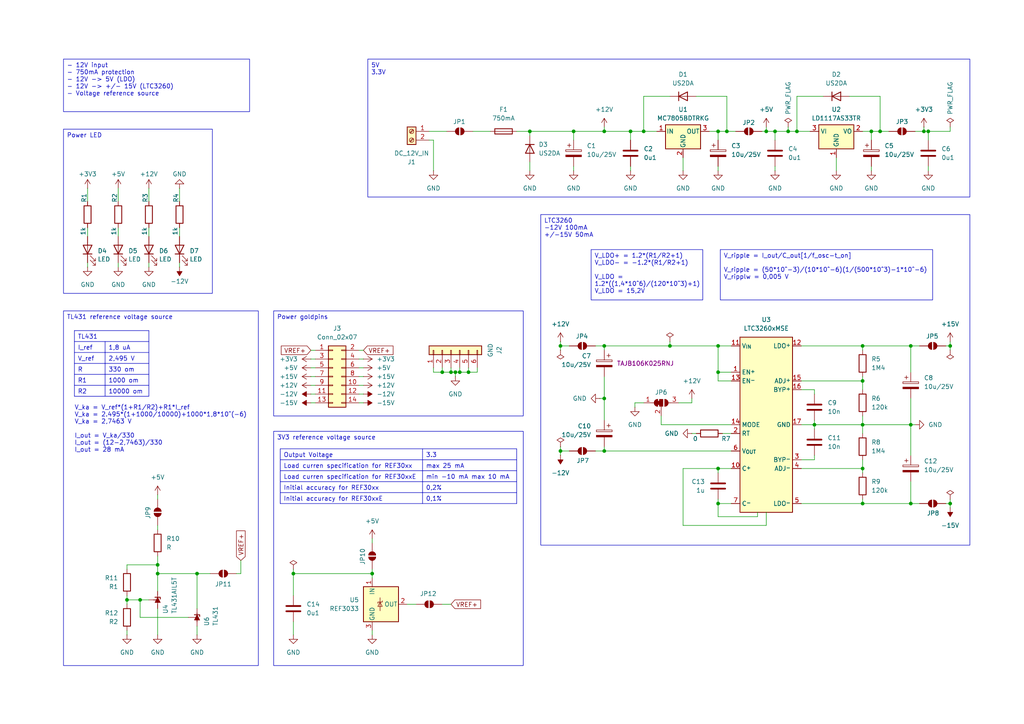
<source format=kicad_sch>
(kicad_sch (version 20250114) (generator "eeschema") (generator_version "9.0")
  (paper "A4")
  (title_block (title "power supplay") (date "2025-12-22") (rev "0.0.1") (company "KN NaMi"))
  (text "V_ka = V_ref*(1+R1/R2)+R1*I_ref\nV_ka = 2.495*(1+1000/10000)+1000*1,8*10^(-6)\nV_ka = 2,7463 V\n\nI_out = V_ka/330\nI_out = (12-2,7463)/330\nI_out = 28 mA" (at 21.59 124.46 0) (effects (font (size 1.27 1.27)) (justify left)))
  (text_box "5V\n3.3V" (at 106.68 17.145 0) (size 174.625 40.005) (margins 0.9525 0.9525 0.9525 0.9525) (effects (font (size 1.27 1.27)) (justify left top)))
  (text_box "Power goldpins" (at 79.375 90.17 0) (size 72.39 30.48) (margins 0.9525 0.9525 0.9525 0.9525) (effects (font (size 1.27 1.27)) (justify left top)))
  (text_box "V_ripple = I_out/C_out[1/f_osc-t_on]\n\nV_ripple = (50*10^-3)/(10*10^-6)(1/(500*10^3)-1*10^-6)\nV_ripplw = 0,005 V" (at 208.915 72.39 0) (size 61.595 14.605) (margins 0.9525 0.9525 0.9525 0.9525) (effects (font (size 1.27 1.27)) (justify left top)))
  (text_box "3V3 reference voltage source" (at 79.375 125.095 0) (size 72.39 67.945) (margins 0.9525 0.9525 0.9525 0.9525) (effects (font (size 1.27 1.27)) (justify left top)))
  (text_box "TL431 reference voltage source" (at 18.415 90.17 0) (size 56.515 102.87) (margins 0.9525 0.9525 0.9525 0.9525) (effects (font (size 1.27 1.27)) (justify left top)))
  (text_box "LTC3260\n-12V 100mA\n+/-15V 50mA" (at 156.845 62.23 0) (size 124.46 95.885) (margins 0.9525 0.9525 0.9525 0.9525) (effects (font (size 1.27 1.27)) (justify left top)))
  (text_box "- 12V input\n- 750mA protection\n- 12V -> 5V (LDO)\n- 12V -> +/- 15V (LTC3260)\n- Voltage reference source" (at 18.415 17.145 0) (size 53.975 15.24) (margins 0.9525 0.9525 0.9525 0.9525) (effects (font (size 1.27 1.27)) (justify left top)))
  (text_box "Power LED" (at 18.415 37.465 0) (size 43.18 47.625) (margins 0.9525 0.9525 0.9525 0.9525) (effects (font (size 1.27 1.27)) (justify left top)))
  (text_box "V_LDO+ = 1.2*(R1/R2+1)\nV_LDO- = -1.2*(R1/R2+1)\n\nV_LDO = 1.2*((1,4*10^6)/(120*10^3)+1)\nV_LDO = 15,2V" (at 171.45 72.39 0) (size 32.385 14.605) (margins 0.9525 0.9525 0.9525 0.9525) (effects (font (size 1.27 1.27)) (justify left top)))
  (junction (at 208.28 100.33))
  (junction (at 166.37 38.1))
  (junction (at 275.59 146.05))
  (junction (at 85.09 166.37))
  (junction (at 162.56 130.81))
  (junction (at 255.27 38.1))
  (junction (at 57.15 166.37))
  (junction (at 264.16 146.05))
  (junction (at 252.73 38.1))
  (junction (at 250.19 110.49))
  (junction (at 162.56 100.33))
  (junction (at 132.08 107.95))
  (junction (at 228.6 38.1))
  (junction (at 236.22 123.19))
  (junction (at 250.19 146.05))
  (junction (at 175.26 38.1))
  (junction (at 133.35 107.95))
  (junction (at 45.72 166.37))
  (junction (at 250.19 100.33))
  (junction (at 250.19 135.89))
  (junction (at 45.72 163.83))
  (junction (at 264.16 123.19))
  (junction (at 264.16 100.33))
  (junction (at 224.79 38.1))
  (junction (at 208.28 38.1))
  (junction (at 208.28 107.95))
  (junction (at 40.64 173.99))
  (junction (at 175.26 100.33))
  (junction (at 269.24 38.1))
  (junction (at 275.59 100.33))
  (junction (at 135.89 107.95))
  (junction (at 222.25 38.1))
  (junction (at 175.26 115.57))
  (junction (at 130.81 107.95))
  (junction (at 182.88 38.1))
  (junction (at 194.31 100.33))
  (junction (at 36.83 173.99))
  (junction (at 186.69 38.1))
  (junction (at 208.28 135.89))
  (junction (at 250.19 123.19))
  (junction (at 267.97 38.1))
  (junction (at 208.28 146.05))
  (junction (at 231.14 38.1))
  (junction (at 175.26 130.81))
  (junction (at 153.67 38.1))
  (junction (at 128.27 107.95))
  (junction (at 210.82 38.1))
  (junction (at 107.95 166.37))
  (wire (pts (xy 175.26 115.57) (xy 173.99 115.57)))
  (wire (pts (xy 250.19 144.78) (xy 250.19 146.05)))
  (wire (pts (xy 57.15 166.37) (xy 57.15 176.53)))
  (wire (pts (xy 210.82 27.94) (xy 210.82 38.1)))
  (wire (pts (xy 255.27 27.94) (xy 255.27 38.1)))
  (wire (pts (xy 250.19 123.19) (xy 264.16 123.19)))
  (wire (pts (xy 205.74 38.1) (xy 208.28 38.1)))
  (wire (pts (xy 162.56 129.54) (xy 162.56 130.81)))
  (wire (pts (xy 212.09 110.49) (xy 208.28 110.49)))
  (wire (pts (xy 90.17 116.84) (xy 91.44 116.84)))
  (wire (pts (xy 105.41 109.22) (xy 104.14 109.22)))
  (wire (pts (xy 175.26 129.54) (xy 175.26 130.81)))
  (wire (pts (xy 149.86 38.1) (xy 153.67 38.1)))
  (wire (pts (xy 125.73 49.53) (xy 125.73 40.64)))
  (wire (pts (xy 198.12 45.72) (xy 198.12 49.53)))
  (wire (pts (xy 209.55 125.73) (xy 212.09 125.73)))
  (wire (pts (xy 125.73 106.68) (xy 125.73 107.95)))
  (wire (pts (xy 36.83 182.88) (xy 36.83 184.15)))
  (wire (pts (xy 275.59 146.05) (xy 275.59 147.32)))
  (wire (pts (xy 52.07 54.61) (xy 52.07 58.42)))
  (wire (pts (xy 242.57 49.53) (xy 242.57 45.72)))
  (wire (pts (xy 255.27 38.1) (xy 257.81 38.1)))
  (wire (pts (xy 124.46 38.1) (xy 129.54 38.1)))
  (wire (pts (xy 201.93 27.94) (xy 210.82 27.94)))
  (wire (pts (xy 232.41 123.19) (xy 236.22 123.19)))
  (wire (pts (xy 90.17 109.22) (xy 91.44 109.22)))
  (wire (pts (xy 45.72 161.29) (xy 45.72 163.83)))
  (wire (pts (xy 125.73 40.64) (xy 124.46 40.64)))
  (wire (pts (xy 194.31 100.33) (xy 208.28 100.33)))
  (wire (pts (xy 208.28 100.33) (xy 212.09 100.33)))
  (wire (pts (xy 153.67 38.1) (xy 166.37 38.1)))
  (wire (pts (xy 175.26 36.83) (xy 175.26 38.1)))
  (wire (pts (xy 36.83 173.99) (xy 36.83 175.26)))
  (wire (pts (xy 250.19 120.65) (xy 250.19 123.19)))
  (wire (pts (xy 57.15 184.15) (xy 57.15 181.61)))
  (wire (pts (xy 166.37 38.1) (xy 175.26 38.1)))
  (wire (pts (xy 133.35 106.68) (xy 133.35 107.95)))
  (wire (pts (xy 265.43 38.1) (xy 267.97 38.1)))
  (wire (pts (xy 135.89 106.68) (xy 135.89 107.95)))
  (wire (pts (xy 194.31 27.94) (xy 186.69 27.94)))
  (wire (pts (xy 45.72 166.37) (xy 57.15 166.37)))
  (wire (pts (xy 85.09 165.1) (xy 85.09 166.37)))
  (wire (pts (xy 34.29 54.61) (xy 34.29 58.42)))
  (wire (pts (xy 166.37 48.26) (xy 166.37 49.53)))
  (wire (pts (xy 128.27 106.68) (xy 128.27 107.95)))
  (wire (pts (xy 54.61 179.07) (xy 40.64 179.07)))
  (wire (pts (xy 269.24 38.1) (xy 269.24 40.64)))
  (wire (pts (xy 85.09 180.34) (xy 85.09 184.15)))
  (wire (pts (xy 200.66 116.84) (xy 196.85 116.84)))
  (wire (pts (xy 186.69 27.94) (xy 186.69 38.1)))
  (wire (pts (xy 105.41 104.14) (xy 104.14 104.14)))
  (wire (pts (xy 90.17 101.6) (xy 91.44 101.6)))
  (wire (pts (xy 224.79 38.1) (xy 228.6 38.1)))
  (wire (pts (xy 220.98 38.1) (xy 222.25 38.1)))
  (wire (pts (xy 264.16 123.19) (xy 264.16 132.08)))
  (wire (pts (xy 57.15 166.37) (xy 60.96 166.37)))
  (wire (pts (xy 25.4 54.61) (xy 25.4 58.42)))
  (wire (pts (xy 182.88 38.1) (xy 182.88 40.64)))
  (wire (pts (xy 186.69 38.1) (xy 190.5 38.1)))
  (wire (pts (xy 219.71 149.86) (xy 208.28 149.86)))
  (wire (pts (xy 162.56 130.81) (xy 162.56 132.08)))
  (wire (pts (xy 208.28 38.1) (xy 208.28 40.64)))
  (wire (pts (xy 40.64 173.99) (xy 43.18 173.99)))
  (wire (pts (xy 208.28 107.95) (xy 212.09 107.95)))
  (wire (pts (xy 236.22 113.03) (xy 236.22 114.3)))
  (wire (pts (xy 250.19 135.89) (xy 250.19 137.16)))
  (wire (pts (xy 232.41 133.35) (xy 236.22 133.35)))
  (wire (pts (xy 130.81 106.68) (xy 130.81 107.95)))
  (wire (pts (xy 264.16 123.19) (xy 265.43 123.19)))
  (wire (pts (xy 198.12 135.89) (xy 208.28 135.89)))
  (wire (pts (xy 231.14 38.1) (xy 234.95 38.1)))
  (wire (pts (xy 264.16 139.7) (xy 264.16 146.05)))
  (wire (pts (xy 162.56 100.33) (xy 162.56 101.6)))
  (wire (pts (xy 45.72 166.37) (xy 45.72 171.45)))
  (wire (pts (xy 107.95 182.88) (xy 107.95 184.15)))
  (wire (pts (xy 36.83 173.99) (xy 40.64 173.99)))
  (wire (pts (xy 90.17 104.14) (xy 91.44 104.14)))
  (wire (pts (xy 133.35 107.95) (xy 135.89 107.95)))
  (wire (pts (xy 224.79 48.26) (xy 224.79 49.53)))
  (wire (pts (xy 69.85 162.56) (xy 69.85 166.37)))
  (wire (pts (xy 232.41 146.05) (xy 250.19 146.05)))
  (wire (pts (xy 172.72 100.33) (xy 175.26 100.33)))
  (wire (pts (xy 90.17 106.68) (xy 91.44 106.68)))
  (wire (pts (xy 128.27 175.26) (xy 130.81 175.26)))
  (wire (pts (xy 90.17 114.3) (xy 91.44 114.3)))
  (wire (pts (xy 246.38 27.94) (xy 255.27 27.94)))
  (wire (pts (xy 118.11 175.26) (xy 120.65 175.26)))
  (wire (pts (xy 275.59 100.33) (xy 275.59 101.6)))
  (wire (pts (xy 267.97 38.1) (xy 269.24 38.1)))
  (wire (pts (xy 132.08 109.22) (xy 132.08 107.95)))
  (wire (pts (xy 236.22 123.19) (xy 250.19 123.19)))
  (wire (pts (xy 208.28 107.95) (xy 208.28 100.33)))
  (wire (pts (xy 208.28 149.86) (xy 208.28 146.05)))
  (wire (pts (xy 162.56 100.33) (xy 165.1 100.33)))
  (wire (pts (xy 36.83 165.1) (xy 36.83 163.83)))
  (wire (pts (xy 45.72 163.83) (xy 45.72 166.37)))
  (wire (pts (xy 275.59 146.05) (xy 274.32 146.05)))
  (wire (pts (xy 182.88 38.1) (xy 186.69 38.1)))
  (wire (pts (xy 153.67 38.1) (xy 153.67 39.37)))
  (wire (pts (xy 250.19 100.33) (xy 264.16 100.33)))
  (wire (pts (xy 90.17 111.76) (xy 91.44 111.76)))
  (wire (pts (xy 275.59 36.83) (xy 275.59 38.1)))
  (wire (pts (xy 198.12 152.4) (xy 198.12 135.89)))
  (wire (pts (xy 250.19 146.05) (xy 264.16 146.05)))
  (wire (pts (xy 25.4 77.47) (xy 25.4 76.2)))
  (wire (pts (xy 105.41 114.3) (xy 104.14 114.3)))
  (wire (pts (xy 107.95 166.37) (xy 107.95 167.64)))
  (wire (pts (xy 130.81 107.95) (xy 132.08 107.95)))
  (wire (pts (xy 194.31 99.06) (xy 194.31 100.33)))
  (wire (pts (xy 182.88 48.26) (xy 182.88 49.53)))
  (wire (pts (xy 52.07 76.2) (xy 52.07 77.47)))
  (wire (pts (xy 250.19 123.19) (xy 250.19 125.73)))
  (wire (pts (xy 132.08 107.95) (xy 133.35 107.95)))
  (wire (pts (xy 166.37 38.1) (xy 166.37 40.64)))
  (wire (pts (xy 175.26 100.33) (xy 194.31 100.33)))
  (wire (pts (xy 128.27 107.95) (xy 130.81 107.95)))
  (wire (pts (xy 104.14 101.6) (xy 105.41 101.6)))
  (wire (pts (xy 264.16 107.95) (xy 264.16 100.33)))
  (wire (pts (xy 36.83 172.72) (xy 36.83 173.99)))
  (wire (pts (xy 250.19 100.33) (xy 250.19 101.6)))
  (wire (pts (xy 232.41 100.33) (xy 250.19 100.33)))
  (wire (pts (xy 125.73 107.95) (xy 128.27 107.95)))
  (wire (pts (xy 264.16 115.57) (xy 264.16 123.19)))
  (wire (pts (xy 153.67 46.99) (xy 153.67 49.53)))
  (wire (pts (xy 191.77 123.19) (xy 212.09 123.19)))
  (wire (pts (xy 45.72 176.53) (xy 45.72 184.15)))
  (wire (pts (xy 232.41 110.49) (xy 250.19 110.49)))
  (wire (pts (xy 43.18 66.04) (xy 43.18 68.58)))
  (wire (pts (xy 208.28 135.89) (xy 212.09 135.89)))
  (wire (pts (xy 45.72 152.4) (xy 45.72 153.67)))
  (wire (pts (xy 252.73 48.26) (xy 252.73 49.53)))
  (wire (pts (xy 210.82 38.1) (xy 213.36 38.1)))
  (wire (pts (xy 200.66 115.57) (xy 200.66 116.84)))
  (wire (pts (xy 208.28 137.16) (xy 208.28 135.89)))
  (wire (pts (xy 175.26 109.22) (xy 175.26 115.57)))
  (wire (pts (xy 252.73 38.1) (xy 252.73 40.64)))
  (wire (pts (xy 250.19 110.49) (xy 250.19 113.03)))
  (wire (pts (xy 175.26 38.1) (xy 182.88 38.1)))
  (wire (pts (xy 43.18 77.47) (xy 43.18 76.2)))
  (wire (pts (xy 43.18 54.61) (xy 43.18 58.42)))
  (wire (pts (xy 107.95 165.1) (xy 107.95 166.37)))
  (wire (pts (xy 34.29 66.04) (xy 34.29 68.58)))
  (wire (pts (xy 69.85 166.37) (xy 68.58 166.37)))
  (wire (pts (xy 231.14 27.94) (xy 231.14 38.1)))
  (wire (pts (xy 224.79 38.1) (xy 224.79 40.64)))
  (wire (pts (xy 252.73 38.1) (xy 255.27 38.1)))
  (wire (pts (xy 232.41 113.03) (xy 236.22 113.03)))
  (wire (pts (xy 184.15 118.11) (xy 184.15 116.84)))
  (wire (pts (xy 208.28 110.49) (xy 208.28 107.95)))
  (wire (pts (xy 222.25 148.59) (xy 222.25 152.4)))
  (wire (pts (xy 250.19 38.1) (xy 252.73 38.1)))
  (wire (pts (xy 275.59 100.33) (xy 274.32 100.33)))
  (wire (pts (xy 250.19 110.49) (xy 250.19 109.22)))
  (wire (pts (xy 275.59 99.06) (xy 275.59 100.33)))
  (wire (pts (xy 266.7 146.05) (xy 264.16 146.05)))
  (wire (pts (xy 105.41 111.76) (xy 104.14 111.76)))
  (wire (pts (xy 267.97 36.83) (xy 267.97 38.1)))
  (wire (pts (xy 105.41 106.68) (xy 104.14 106.68)))
  (wire (pts (xy 137.16 38.1) (xy 142.24 38.1)))
  (wire (pts (xy 200.66 125.73) (xy 201.93 125.73)))
  (wire (pts (xy 105.41 116.84) (xy 104.14 116.84)))
  (wire (pts (xy 222.25 38.1) (xy 224.79 38.1)))
  (wire (pts (xy 236.22 133.35) (xy 236.22 132.08)))
  (wire (pts (xy 236.22 123.19) (xy 236.22 124.46)))
  (wire (pts (xy 52.07 66.04) (xy 52.07 68.58)))
  (wire (pts (xy 85.09 166.37) (xy 107.95 166.37)))
  (wire (pts (xy 236.22 123.19) (xy 236.22 121.92)))
  (wire (pts (xy 40.64 179.07) (xy 40.64 173.99)))
  (wire (pts (xy 219.71 148.59) (xy 219.71 149.86)))
  (wire (pts (xy 25.4 66.04) (xy 25.4 68.58)))
  (wire (pts (xy 208.28 144.78) (xy 208.28 146.05)))
  (wire (pts (xy 138.43 107.95) (xy 138.43 106.68)))
  (wire (pts (xy 175.26 100.33) (xy 175.26 101.6)))
  (wire (pts (xy 232.41 135.89) (xy 250.19 135.89)))
  (wire (pts (xy 34.29 77.47) (xy 34.29 76.2)))
  (wire (pts (xy 222.25 152.4) (xy 198.12 152.4)))
  (wire (pts (xy 36.83 163.83) (xy 45.72 163.83)))
  (wire (pts (xy 266.7 100.33) (xy 264.16 100.33)))
  (wire (pts (xy 135.89 107.95) (xy 138.43 107.95)))
  (wire (pts (xy 250.19 133.35) (xy 250.19 135.89)))
  (wire (pts (xy 208.28 48.26) (xy 208.28 49.53)))
  (wire (pts (xy 228.6 36.83) (xy 228.6 38.1)))
  (wire (pts (xy 107.95 156.21) (xy 107.95 157.48)))
  (wire (pts (xy 172.72 130.81) (xy 175.26 130.81)))
  (wire (pts (xy 275.59 144.78) (xy 275.59 146.05)))
  (wire (pts (xy 175.26 121.92) (xy 175.26 115.57)))
  (wire (pts (xy 275.59 38.1) (xy 269.24 38.1)))
  (wire (pts (xy 45.72 143.51) (xy 45.72 144.78)))
  (wire (pts (xy 222.25 36.83) (xy 222.25 38.1)))
  (wire (pts (xy 184.15 116.84) (xy 186.69 116.84)))
  (wire (pts (xy 269.24 48.26) (xy 269.24 49.53)))
  (wire (pts (xy 208.28 38.1) (xy 210.82 38.1)))
  (wire (pts (xy 175.26 130.81) (xy 212.09 130.81)))
  (wire (pts (xy 238.76 27.94) (xy 231.14 27.94)))
  (wire (pts (xy 228.6 38.1) (xy 231.14 38.1)))
  (wire (pts (xy 162.56 130.81) (xy 165.1 130.81)))
  (wire (pts (xy 85.09 172.72) (xy 85.09 166.37)))
  (wire (pts (xy 191.77 123.19) (xy 191.77 120.65)))
  (wire (pts (xy 208.28 146.05) (xy 212.09 146.05)))
  (wire (pts (xy 162.56 99.06) (xy 162.56 100.33)))
  (table (column_count 2) (border (external yes) (header yes)) (separators (rows yes) (cols yes)) (column_widths 41.275 27.305) (row_heights 3.175 3.175 3.175 3.175 3.175) (cells (table_cell "Output Voltage" (at 81.28 130.175 0) (size 41.275 3.175) (margins 0.9525 0.9525 0.9525 0.9525) (span 1 1)) (table_cell "3.3" (at 122.555 130.175 0) (size 27.305 3.175) (margins 0.9525 0.9525 0.9525 0.9525) (span 1 1)) (table_cell "Load curren specification for REF30xx" (at 81.28 133.35 0) (size 41.275 3.175) (margins 0.9525 0.9525 0.9525 0.9525) (span 1 1)) (table_cell "max 25 mA" (at 122.555 133.35 0) (size 27.305 3.175) (margins 0.9525 0.9525 0.9525 0.9525) (span 1 1)) (table_cell "Load curren specification for REF30xxE" (at 81.28 136.525 0) (size 41.275 3.175) (margins 0.9525 0.9525 0.9525 0.9525) (span 1 1)) (table_cell "min -10 mA max 10 mA" (at 122.555 136.525 0) (size 27.305 3.175) (margins 0.9525 0.9525 0.9525 0.9525) (span 1 1)) (table_cell "Initial accuracy for REF30xx" (at 81.28 139.7 0) (size 41.275 3.175) (margins 0.9525 0.9525 0.9525 0.9525) (span 1 1)) (table_cell "0,2%" (at 122.555 139.7 0) (size 27.305 3.175) (margins 0.9525 0.9525 0.9525 0.9525) (span 1 1)) (table_cell "Initial accuracy for REF30xxE" (at 81.28 142.875 0) (size 41.275 3.175) (margins 0.9525 0.9525 0.9525 0.9525) (span 1 1)) (table_cell "0,1%" (at 122.555 142.875 0) (size 27.305 3.175) (margins 0.9525 0.9525 0.9525 0.9525) (span 1 1))))
  (table (column_count 2) (border (external yes) (header yes)) (separators (rows yes) (cols yes)) (column_widths 8.89 12.7) (row_heights 3.175 3.175 3.175 3.175 3.175 3.175) (cells (table_cell "TL431" (at 21.59 95.885 0) (size 21.59 3.175) (margins 0.9525 0.9525 0.9525 0.9525) (span 2 1)) (table_cell "rgb(240, 240, 240)" (at 30.48 95.885 0) (size 12.7 3.175) (margins 0.9525 0.9525 0.9525 0.9525) (span 0 0)) (table_cell "I_ref" (at 21.59 99.06 0) (size 8.89 3.175) (margins 0.9525 0.9525 0.9525 0.9525) (span 1 1)) (table_cell "1,8 uA" (at 30.48 99.06 0) (size 12.7 3.175) (margins 0.9525 0.9525 0.9525 0.9525) (span 1 1)) (table_cell "V_ref" (at 21.59 102.235 0) (size 8.89 3.175) (margins 0.9525 0.9525 0.9525 0.9525) (span 1 1)) (table_cell "2,495 V" (at 30.48 102.235 0) (size 12.7 3.175) (margins 0.9525 0.9525 0.9525 0.9525) (span 1 1)) (table_cell "R" (at 21.59 105.41 0) (size 8.89 3.175) (margins 0.9525 0.9525 0.9525 0.9525) (span 1 1)) (table_cell "330 om" (at 30.48 105.41 0) (size 12.7 3.175) (margins 0.9525 0.9525 0.9525 0.9525) (span 1 1)) (table_cell "R1" (at 21.59 108.585 0) (size 8.89 3.175) (margins 0.9525 0.9525 0.9525 0.9525) (span 1 1)) (table_cell "1000 om" (at 30.48 108.585 0) (size 12.7 3.175) (margins 0.9525 0.9525 0.9525 0.9525) (span 1 1)) (table_cell "R2" (at 21.59 111.76 0) (size 8.89 3.175) (margins 0.9525 0.9525 0.9525 0.9525) (span 1 1)) (table_cell "10000 om" (at 30.48 111.76 0) (size 12.7 3.175) (margins 0.9525 0.9525 0.9525 0.9525) (span 1 1))))
  (global_label "VREF+" (shape input) (at 130.81 175.26 0) (property "Intersheetrefs" "${INTERSHEET_REFS}" (effects (hide yes))))
  (global_label "VREF+" (shape input) (at 69.85 162.56 90) (property "Intersheetrefs" "${INTERSHEET_REFS}" (effects (hide yes))))
  (global_label "VREF+" (shape input) (at 105.41 101.6 0) (property "Intersheetrefs" "${INTERSHEET_REFS}" (effects (hide yes))))
  (global_label "VREF+" (shape input) (at 90.17 101.6 180) (property "Intersheetrefs" "${INTERSHEET_REFS}" (effects (hide yes))))
  (symbol (lib_id "power:GND") (at 57.15 184.15 0) (unit 1)
    (property "Reference" "#PWR048" (effects (hide yes)))
    (property "Value" "GND" (at 57.15 189.23 0))
    (property "Description" "Power symbol creates a global label with name \"GND\" , ground" (effects (hide yes)))
  )
  (symbol (lib_id "Device:R") (at 43.18 62.23 180) (unit 1)
    (property "Reference" "R3" (at 42.164 57.404 90))
    (property "Value" "1k" (at 41.91 67.056 90))
    (property "Footprint" "Resistor_SMD:R_0603_1608Metric_Pad0.98x0.95mm_HandSolder" (effects (hide yes)))
    (property "Description" "Resistor" (effects (hide yes)))
  )
  (symbol (lib_id "power:+15V") (at 275.59 99.06 0) (unit 1)
    (property "Reference" "#PWR023" (effects (hide yes)))
    (property "Value" "+15V" (at 275.59 93.98 0))
    (property "Description" "Power symbol creates a global label with name \"+15V\"" (effects (hide yes)))
  )
  (symbol (lib_id "power:PWR_FLAG") (at 275.59 101.6 180) (unit 1)
    (property "Reference" "#FLG05" (effects (hide yes)))
    (property "Value" "PWR_FLAG" (effects (hide yes)))
    (property "Description" "Special symbol for telling ERC where power comes from" (effects (hide yes)))
  )
  (symbol (lib_id "power:GND") (at 132.08 109.22 0) (unit 1)
    (property "Reference" "#PWR030" (effects (hide yes)))
    (property "Value" "GND" (at 132.08 114.3 0))
    (property "Description" "Power symbol creates a global label with name \"GND\" , ground" (effects (hide yes)))
  )
  (symbol (lib_id "Device:Fuse") (at 146.05 38.1 90) (unit 1)
    (property "Reference" "F1" (at 146.05 31.75 90))
    (property "Value" "750mA" (at 146.05 34.29 90))
    (property "Footprint" "Fuse:Fuse_1206_3216Metric_Pad1.42x1.75mm_HandSolder" (effects (hide yes)))
    (property "Description" "Fuse" (effects (hide yes)))
  )
  (symbol (lib_id "Jumper:SolderJumper_2_Open") (at 168.91 100.33 180) (unit 1) (in_bom no)
    (property "Reference" "JP4" (at 168.783 97.536 0))
    (property "Value" "SolderJumper" (effects (hide yes)))
    (property "Footprint" "Jumper:SolderJumper-2_P1.3mm_Open_TrianglePad1.0x1.5mm" (effects (hide yes)))
    (property "Description" "Solder Jumper, 2-pole, open" (effects (hide yes)))
  )
  (symbol (lib_id "Device:R") (at 250.19 105.41 0) (unit 1)
    (property "Reference" "R5" (at 252.73 104.1399 0) (effects (justify left)))
    (property "Value" "1M4" (at 252.73 106.6799 0) (effects (justify left)))
    (property "Footprint" "Resistor_SMD:R_0603_1608Metric_Pad0.98x0.95mm_HandSolder" (effects (hide yes)))
    (property "Description" "Resistor" (effects (hide yes)))
  )
  (symbol (lib_id "Device:R") (at 250.19 140.97 0) (unit 1)
    (property "Reference" "R9" (at 252.73 139.6999 0) (effects (justify left)))
    (property "Value" "120k" (at 252.73 142.2399 0) (effects (justify left)))
    (property "Footprint" "Resistor_SMD:R_0603_1608Metric_Pad0.98x0.95mm_HandSolder" (effects (hide yes)))
    (property "Description" "Resistor" (effects (hide yes)))
  )
  (symbol (lib_id "power:GND") (at 36.83 184.15 0) (unit 1)
    (property "Reference" "#PWR046" (effects (hide yes)))
    (property "Value" "GND" (at 36.83 189.23 0))
    (property "Description" "Power symbol creates a global label with name \"GND\" , ground" (effects (hide yes)))
  )
  (symbol (lib_id "Device:C_Polarized") (at 208.28 44.45 0) (unit 1)
    (property "Reference" "C3" (at 212.09 42.2909 0) (effects (justify left)))
    (property "Value" "10u/25V" (at 212.09 44.8309 0) (effects (justify left)))
    (property "Footprint" "Capacitor_Tantalum_SMD:CP_EIA-3528-21_Kemet-B_HandSolder" (effects (hide yes)))
    (property "Description" "Polarized capacitor" (effects (hide yes)))
    (property "Field5" "TAJB106K025RNJ" (effects (hide yes)))
  )
  (symbol (lib_id "power:PWR_FLAG") (at 194.31 99.06 0) (unit 1)
    (property "Reference" "#FLG03" (effects (hide yes)))
    (property "Value" "PWR_FLAG" (effects (hide yes)))
    (property "Description" "Special symbol for telling ERC where power comes from" (effects (hide yes)))
  )
  (symbol (lib_id "Device:C_Polarized") (at 175.26 125.73 0) (mirror y) (unit 1)
    (property "Reference" "C10" (at 171.45 123.5709 0) (effects (justify left)))
    (property "Value" "10u/25V" (at 171.45 126.1109 0) (effects (justify left)))
    (property "Footprint" "Capacitor_Tantalum_SMD:CP_EIA-3528-21_Kemet-B_HandSolder" (effects (hide yes)))
    (property "Description" "Polarized capacitor" (effects (hide yes)))
    (property "Field5" "TAJB106K025RNJ" (effects (hide yes)))
  )
  (symbol (lib_id "Device:C_Polarized") (at 166.37 44.45 0) (unit 1)
    (property "Reference" "C1" (at 170.18 42.2909 0) (effects (justify left)))
    (property "Value" "10u/25V" (at 170.18 44.8309 0) (effects (justify left)))
    (property "Footprint" "Capacitor_Tantalum_SMD:CP_EIA-3528-21_Kemet-B_HandSolder" (effects (hide yes)))
    (property "Description" "Polarized capacitor" (effects (hide yes)))
    (property "Field5" "TAJB106K025RNJ" (effects (hide yes)))
  )
  (symbol (lib_id "Device:LED") (at 25.4 72.39 90) (unit 1)
    (property "Reference" "D4" (at 28.321 72.7653 90) (effects (justify right)))
    (property "Value" "LED" (at 28.321 75.1896 90) (effects (justify right)))
    (property "Footprint" "LED_SMD:LED_1206_3216Metric_Pad1.42x1.75mm_HandSolder" (effects (hide yes)))
    (property "Description" "Light emitting diode" (effects (hide yes)))
    (property "Sim.Pins" "1=K 2=A" (effects (hide yes)))
  )
  (symbol (lib_id "power:GND") (at 182.88 49.53 0) (unit 1)
    (property "Reference" "#PWR07" (effects (hide yes)))
    (property "Value" "GND" (at 182.88 54.61 0))
    (property "Description" "Power symbol creates a global label with name \"GND\" , ground" (effects (hide yes)))
  )
  (symbol (lib_id "power:+3V3") (at 25.4 54.61 0) (unit 1)
    (property "Reference" "#PWR014" (effects (hide yes)))
    (property "Value" "+3V3" (at 25.4 50.4769 0))
    (property "Description" "Power symbol creates a global label with name \"+3V3\"" (effects (hide yes)))
  )
  (symbol (lib_id "Regulator_Linear:LD1117S33TR_SOT223") (at 242.57 38.1 0) (unit 1)
    (property "Reference" "U2" (at 242.57 31.75 0))
    (property "Value" "LD1117AS33TR" (at 242.57 34.29 0))
    (property "Footprint" "Package_TO_SOT_SMD:SOT-223-3_TabPin2" (effects (hide yes)))
    (property "Datasheet" "http://www.st.com/st-web-ui/static/active/en/resource/technical/document/datasheet/CD00000544.pdf" (effects (hide yes)))
    (property "Description" "800mA Fixed Low Drop Positive Voltage Regulator, Fixed Output 3.3V, SOT-223" (effects (hide yes)))
    (property "store" "https://www.digikey.pl/pl/products/detail/stmicroelectronics/LD1117AS33TR/585752?s=N4IgTCBcDaIDIBECMKDsBBAygZmwFQCUQBdAXyA" (effects (hide yes)))
  )
  (symbol (lib_id "Jumper:SolderJumper_2_Open") (at 124.46 175.26 0) (unit 1) (in_bom no)
    (property "Reference" "JP12" (at 124.206 172.212 0))
    (property "Value" "SolderJumper" (effects (hide yes)))
    (property "Footprint" "Jumper:SolderJumper-2_P1.3mm_Open_TrianglePad1.0x1.5mm" (effects (hide yes)))
    (property "Description" "Solder Jumper, 2-pole, open" (effects (hide yes)))
  )
  (symbol (lib_id "power:+5V") (at 222.25 36.83 0) (unit 1)
    (property "Reference" "#PWR02" (effects (hide yes)))
    (property "Value" "+5V" (at 222.25 31.75 0))
    (property "Description" "Power symbol creates a global label with name \"+5V\"" (effects (hide yes)))
  )
  (symbol (lib_id "power:GND") (at 125.73 49.53 0) (unit 1)
    (property "Reference" "#PWR04" (effects (hide yes)))
    (property "Value" "GND" (at 125.73 54.61 0))
    (property "Description" "Power symbol creates a global label with name \"GND\" , ground" (effects (hide yes)))
  )
  (symbol (lib_id "Device:C_Polarized") (at 252.73 44.45 0) (unit 1)
    (property "Reference" "C5" (at 256.54 42.2909 0) (effects (justify left)))
    (property "Value" "10u/25V" (at 256.54 44.8309 0) (effects (justify left)))
    (property "Footprint" "Capacitor_Tantalum_SMD:CP_EIA-3528-21_Kemet-B_HandSolder" (effects (hide yes)))
    (property "Description" "Polarized capacitor" (effects (hide yes)))
    (property "Field5" "TAJB106K025RNJ" (effects (hide yes)))
  )
  (symbol (lib_id "Jumper:SolderJumper_2_Open") (at 261.62 38.1 0) (unit 1) (in_bom no)
    (property "Reference" "JP3" (at 261.62 35.306 0))
    (property "Value" "SolderJumper" (effects (hide yes)))
    (property "Footprint" "Jumper:SolderJumper-2_P1.3mm_Open_TrianglePad1.0x1.5mm" (effects (hide yes)))
    (property "Description" "Solder Jumper, 2-pole, open" (effects (hide yes)))
  )
  (symbol (lib_id "power:GND") (at 43.18 77.47 0) (unit 1)
    (property "Reference" "#PWR020" (effects (hide yes)))
    (property "Value" "GND" (at 43.18 82.55 0))
    (property "Description" "Power symbol creates a global label with name \"GND\" , ground" (effects (hide yes)))
  )
  (symbol (lib_id "power:-15V") (at 275.59 147.32 180) (unit 1)
    (property "Reference" "#PWR044" (effects (hide yes)))
    (property "Value" "-15V" (at 275.59 152.4 0))
    (property "Description" "Power symbol creates a global label with name \"-15V\"" (effects (hide yes)))
  )
  (symbol (lib_id "Device:C") (at 269.24 44.45 0) (unit 1)
    (property "Reference" "C6" (at 273.05 43.1799 0) (effects (justify left)))
    (property "Value" "0u1" (at 273.05 45.7199 0) (effects (justify left)))
    (property "Footprint" "Capacitor_SMD:C_0603_1608Metric_Pad1.08x0.95mm_HandSolder" (effects (hide yes)))
    (property "Description" "Unpolarized capacitor" (effects (hide yes)))
  )
  (symbol (lib_id "Device:R") (at 52.07 62.23 180) (unit 1)
    (property "Reference" "R4" (at 51.054 57.404 90))
    (property "Value" "1k" (at 50.8 67.056 90))
    (property "Footprint" "Resistor_SMD:R_0603_1608Metric_Pad0.98x0.95mm_HandSolder" (effects (hide yes)))
    (property "Description" "Resistor" (effects (hide yes)))
  )
  (symbol (lib_id "Jumper:SolderJumper_2_Open") (at 64.77 166.37 0) (unit 1) (in_bom no)
    (property "Reference" "JP11" (at 64.77 169.418 0))
    (property "Value" "SolderJumper" (effects (hide yes)))
    (property "Footprint" "Jumper:SolderJumper-2_P1.3mm_Open_TrianglePad1.0x1.5mm" (effects (hide yes)))
    (property "Description" "Solder Jumper, 2-pole, open" (effects (hide yes)))
  )
  (symbol (lib_id "power:+12V") (at 105.41 111.76 270) (mirror x) (unit 1)
    (property "Reference" "#PWR029" (effects (hide yes)))
    (property "Value" "+12V" (at 109.22 111.7599 90) (effects (justify left)))
    (property "Description" "Power symbol creates a global label with name \"+12V\"" (effects (hide yes)))
  )
  (symbol (lib_id "Device:R") (at 25.4 62.23 180) (unit 1)
    (property "Reference" "R1" (at 24.384 57.404 90))
    (property "Value" "1k" (at 24.13 67.056 90))
    (property "Footprint" "Resistor_SMD:R_0603_1608Metric_Pad0.98x0.95mm_HandSolder" (effects (hide yes)))
    (property "Description" "Resistor" (effects (hide yes)))
  )
  (symbol (lib_id "power:-12V") (at 90.17 114.3 90) (unit 1)
    (property "Reference" "#PWR031" (effects (hide yes)))
    (property "Value" "-12V" (at 86.36 114.2999 90) (effects (justify left)))
    (property "Description" "Power symbol creates a global label with name \"-12V\"" (effects (hide yes)))
  )
  (symbol (lib_id "Jumper:SolderJumper_2_Open") (at 217.17 38.1 0) (unit 1) (in_bom no)
    (property "Reference" "JP2" (at 217.17 35.56 0))
    (property "Value" "SolderJumper" (effects (hide yes)))
    (property "Footprint" "Jumper:SolderJumper-2_P1.3mm_Open_TrianglePad1.0x1.5mm" (effects (hide yes)))
    (property "Description" "Solder Jumper, 2-pole, open" (effects (hide yes)))
  )
  (symbol (lib_id "Device:LED") (at 43.18 72.39 90) (unit 1)
    (property "Reference" "D6" (at 46.101 72.7653 90) (effects (justify right)))
    (property "Value" "LED" (at 46.101 75.1896 90) (effects (justify right)))
    (property "Footprint" "LED_SMD:LED_1206_3216Metric_Pad1.42x1.75mm_HandSolder" (effects (hide yes)))
    (property "Description" "Light emitting diode" (effects (hide yes)))
    (property "Sim.Pins" "1=K 2=A" (effects (hide yes)))
  )
  (symbol (lib_id "power:PWR_FLAG") (at 228.6 36.83 0) (unit 1)
    (property "Reference" "#FLG01" (effects (hide yes)))
    (property "Value" "PWR_FLAG" (at 228.6 28.448 90))
    (property "Description" "Special symbol for telling ERC where power comes from" (effects (hide yes)))
  )
  (symbol (lib_id "power:GND") (at 173.99 115.57 270) (unit 1)
    (property "Reference" "#PWR035" (effects (hide yes)))
    (property "Value" "GND" (at 170.18 115.5699 90) (effects (justify right)))
    (property "Description" "Power symbol creates a global label with name \"GND\" , ground" (effects (hide yes)))
  )
  (symbol (lib_id "power:GND") (at 45.72 184.15 0) (unit 1)
    (property "Reference" "#PWR047" (effects (hide yes)))
    (property "Value" "GND" (at 45.72 189.23 0))
    (property "Description" "Power symbol creates a global label with name \"GND\" , ground" (effects (hide yes)))
  )
  (symbol (lib_id "Jumper:SolderJumper_3_Bridged12") (at 191.77 116.84 0) (unit 1) (in_bom no)
    (property "Reference" "JP6" (at 191.77 113.792 0))
    (property "Value" "SolderJumper" (effects (hide yes)))
    (property "Footprint" "Jumper:SolderJumper-3_P1.3mm_Bridged12_RoundedPad1.0x1.5mm" (effects (hide yes)))
    (property "Description" "3-pole Solder Jumper, pins 1+2 closed/bridged" (effects (hide yes)))
  )
  (symbol (lib_id "power:GND") (at 166.37 49.53 0) (unit 1)
    (property "Reference" "#PWR06" (effects (hide yes)))
    (property "Value" "GND" (at 166.37 54.61 0))
    (property "Description" "Power symbol creates a global label with name \"GND\" , ground" (effects (hide yes)))
  )
  (symbol (lib_id "power:-15V") (at 90.17 116.84 90) (unit 1)
    (property "Reference" "#PWR037" (effects (hide yes)))
    (property "Value" "-15V" (at 86.36 116.8399 90) (effects (justify left)))
    (property "Description" "Power symbol creates a global label with name \"-15V\"" (effects (hide yes)))
  )
  (symbol (lib_id "power:+3V3") (at 90.17 104.14 90) (unit 1)
    (property "Reference" "#PWR024" (effects (hide yes)))
    (property "Value" "+3V3" (at 86.36 104.1399 90) (effects (justify left)))
    (property "Description" "Power symbol creates a global label with name \"+3V3\"" (effects (hide yes)))
  )
  (symbol (lib_id "power:GND") (at 52.07 54.61 180) (unit 1)
    (property "Reference" "#PWR017" (effects (hide yes)))
    (property "Value" "GND" (at 52.07 50.4769 0))
    (property "Description" "Power symbol creates a global label with name \"GND\" , ground" (effects (hide yes)))
  )
  (symbol (lib_id "power:+5V") (at 105.41 106.68 270) (mirror x) (unit 1)
    (property "Reference" "#PWR027" (effects (hide yes)))
    (property "Value" "+5V" (at 109.22 106.6799 90) (effects (justify left)))
    (property "Description" "Power symbol creates a global label with name \"+5V\"" (effects (hide yes)))
  )
  (symbol (lib_id "power:+12V") (at 200.66 115.57 0) (unit 1)
    (property "Reference" "#PWR036" (effects (hide yes)))
    (property "Value" "+12V" (at 200.66 110.49 0))
    (property "Description" "Power symbol creates a global label with name \"+12V\"" (effects (hide yes)))
  )
  (symbol (lib_id "power:+3V3") (at 267.97 36.83 0) (unit 1)
    (property "Reference" "#PWR03" (effects (hide yes)))
    (property "Value" "+3V3" (at 267.97 31.75 0))
    (property "Description" "Power symbol creates a global label with name \"+3V3\"" (effects (hide yes)))
  )
  (symbol (lib_id "power:-12V") (at 52.07 77.47 180) (unit 1)
    (property "Reference" "#PWR021" (effects (hide yes)))
    (property "Value" "-12V" (at 52.07 81.6031 0))
    (property "Description" "Power symbol creates a global label with name \"-12V\"" (effects (hide yes)))
  )
  (symbol (lib_id "Jumper:SolderJumper_2_Open") (at 168.91 130.81 0) (unit 1) (in_bom no)
    (property "Reference" "JP7" (at 169.037 133.604 0))
    (property "Value" "SolderJumper" (effects (hide yes)))
    (property "Footprint" "Jumper:SolderJumper-2_P1.3mm_Open_TrianglePad1.0x1.5mm" (effects (hide yes)))
    (property "Description" "Solder Jumper, 2-pole, open" (effects (hide yes)))
  )
  (symbol (lib_id "power:GND") (at 107.95 184.15 0) (unit 1)
    (property "Reference" "#PWR050" (effects (hide yes)))
    (property "Value" "GND" (at 107.95 189.23 0))
    (property "Description" "Power symbol creates a global label with name \"GND\" , ground" (effects (hide yes)))
  )
  (symbol (lib_id "power:+12V") (at 90.17 111.76 90) (unit 1)
    (property "Reference" "#PWR028" (effects (hide yes)))
    (property "Value" "+12V" (at 86.36 111.7599 90) (effects (justify left)))
    (property "Description" "Power symbol creates a global label with name \"+12V\"" (effects (hide yes)))
  )
  (symbol (lib_id "power:GND") (at 198.12 49.53 0) (unit 1)
    (property "Reference" "#PWR08" (effects (hide yes)))
    (property "Value" "GND" (at 198.12 54.61 0))
    (property "Description" "Power symbol creates a global label with name \"GND\" , ground" (effects (hide yes)))
  )
  (symbol (lib_id "Device:LED") (at 52.07 72.39 90) (unit 1)
    (property "Reference" "D7" (at 54.991 72.7653 90) (effects (justify right)))
    (property "Value" "LED" (at 54.991 75.1896 90) (effects (justify right)))
    (property "Footprint" "LED_SMD:LED_1206_3216Metric_Pad1.42x1.75mm_HandSolder" (effects (hide yes)))
    (property "Description" "Light emitting diode" (effects (hide yes)))
    (property "Sim.Pins" "1=K 2=A" (effects (hide yes)))
  )
  (symbol (lib_id "Diode:US2DA") (at 242.57 27.94 0) (unit 1)
    (property "Reference" "D2" (at 242.57 21.59 0))
    (property "Value" "US2DA" (at 242.57 24.13 0))
    (property "Footprint" "Diode_SMD:D_SMA-SMB_Universal_Handsoldering" (effects (hide yes)))
    (property "Datasheet" "https://www.onsemi.com/pub/Collateral/US2AA-D.PDF" (effects (hide yes)))
    (property "Description" "200V, 1.5A, General Purpose Rectifier Diode, SMA(DO-214AC)" (effects (hide yes)))
    (property "Sim.Device" "D" (effects (hide yes)))
    (property "Sim.Pins" "1=K 2=A" (effects (hide yes)))
  )
  (symbol (lib_id "power:PWR_FLAG") (at 275.59 36.83 0) (unit 1)
    (property "Reference" "#FLG02" (effects (hide yes)))
    (property "Value" "PWR_FLAG" (at 275.59 28.448 90))
    (property "Description" "Special symbol for telling ERC where power comes from" (effects (hide yes)))
  )
  (symbol (lib_id "power:GND") (at 34.29 77.47 0) (unit 1)
    (property "Reference" "#PWR019" (effects (hide yes)))
    (property "Value" "GND" (at 34.29 82.55 0))
    (property "Description" "Power symbol creates a global label with name \"GND\" , ground" (effects (hide yes)))
  )
  (symbol (lib_id "Device:C_Polarized") (at 264.16 111.76 0) (unit 1)
    (property "Reference" "C8" (at 267.97 109.6009 0) (effects (justify left)))
    (property "Value" "10u/25V" (at 267.97 112.1409 0) (effects (justify left)))
    (property "Footprint" "Capacitor_Tantalum_SMD:CP_EIA-3528-21_Kemet-B_HandSolder" (effects (hide yes)))
    (property "Description" "Polarized capacitor" (effects (hide yes)))
    (property "Field5" "TAJB106K025RNJ" (effects (hide yes)))
  )
  (symbol (lib_id "power:GND") (at 153.67 49.53 0) (unit 1)
    (property "Reference" "#PWR05" (effects (hide yes)))
    (property "Value" "GND" (at 153.67 54.61 0))
    (property "Description" "Power symbol creates a global label with name \"GND\" , ground" (effects (hide yes)))
  )
  (symbol (lib_id "Device:C_Polarized") (at 264.16 135.89 0) (unit 1)
    (property "Reference" "C12" (at 267.97 133.7309 0) (effects (justify left)))
    (property "Value" "10u/25V" (at 267.97 136.2709 0) (effects (justify left)))
    (property "Footprint" "Capacitor_Tantalum_SMD:CP_EIA-3528-21_Kemet-B_HandSolder" (effects (hide yes)))
    (property "Description" "Polarized capacitor" (effects (hide yes)))
    (property "Field5" "TAJB106K025RNJ" (effects (hide yes)))
  )
  (symbol (lib_id "power:+15V") (at 105.41 109.22 270) (mirror x) (unit 1)
    (property "Reference" "#PWR034" (effects (hide yes)))
    (property "Value" "+15V" (at 109.22 109.2199 90) (effects (justify left)))
    (property "Description" "Power symbol creates a global label with name \"+15V\"" (effects (hide yes)))
  )
  (symbol (lib_id "Device:C") (at 236.22 128.27 0) (unit 1)
    (property "Reference" "C11" (at 240.03 126.9999 0) (effects (justify left)))
    (property "Value" "10n" (at 240.03 129.5399 0) (effects (justify left)))
    (property "Footprint" "Capacitor_SMD:C_0805_2012Metric_Pad1.18x1.45mm_HandSolder" (effects (hide yes)))
    (property "Description" "Unpolarized capacitor" (effects (hide yes)))
  )
  (symbol (lib_id "Device:R") (at 36.83 168.91 0) (mirror y) (unit 1)
    (property "Reference" "R11" (at 34.29 167.6399 0) (effects (justify left)))
    (property "Value" "R1" (at 34.29 170.1799 0) (effects (justify left)))
    (property "Footprint" "Resistor_SMD:R_1206_3216Metric_Pad1.30x1.75mm_HandSolder" (effects (hide yes)))
    (property "Description" "Resistor" (effects (hide yes)))
  )
  (symbol (lib_id "Jumper:SolderJumper_2_Open") (at 270.51 100.33 180) (unit 1) (in_bom no)
    (property "Reference" "JP5" (at 270.383 97.536 0))
    (property "Value" "SolderJumper" (effects (hide yes)))
    (property "Footprint" "Jumper:SolderJumper-2_P1.3mm_Open_TrianglePad1.0x1.5mm" (effects (hide yes)))
    (property "Description" "Solder Jumper, 2-pole, open" (effects (hide yes)))
  )
  (symbol (lib_id "Reference_Voltage:TL431DBV") (at 45.72 173.99 90) (unit 1)
    (property "Reference" "U4" (at 48.006 178.054 0) (effects (justify left)))
    (property "Value" "TL431AIL5T" (at 50.546 178.054 0) (effects (justify left)))
    (property "Footprint" "Package_TO_SOT_SMD:SOT-23-5" (effects (hide yes)))
    (property "Datasheet" "http://www.ti.com/lit/ds/symlink/tl431.pdf" (effects (hide yes)))
    (property "Description" "Shunt Regulator, SOT-23-5" (effects (hide yes)))
    (property "store" "https://www.digikey.pl/pl/products/detail/stmicroelectronics/TL431AIL5T/2672702?s=N4IgTCBcDaICoBkAsBmAjAQQJIIKxxAF0BfIA" (effects (hide yes)))
  )
  (symbol (lib_id "power:+5V") (at 34.29 54.61 0) (unit 1)
    (property "Reference" "#PWR015" (effects (hide yes)))
    (property "Value" "+5V" (at 34.29 50.4769 0))
    (property "Description" "Power symbol creates a global label with name \"+5V\"" (effects (hide yes)))
  )
  (symbol (lib_id "power:GND") (at 224.79 49.53 0) (unit 1)
    (property "Reference" "#PWR010" (effects (hide yes)))
    (property "Value" "GND" (at 224.79 54.61 0))
    (property "Description" "Power symbol creates a global label with name \"GND\" , ground" (effects (hide yes)))
  )
  (symbol (lib_id "Regulator_Linear:L7805") (at 198.12 38.1 0) (unit 1)
    (property "Reference" "U1" (at 198.12 31.75 0))
    (property "Value" "MC7805BDTRKG" (at 198.12 34.29 0))
    (property "Footprint" "Package_TO_SOT_SMD:TO-252-3_TabPin2" (effects (hide yes)))
    (property "Description" "Positive 1.5A 35V Linear Regulator, Fixed Output 5V, TO-220/TO-263/TO-252" (effects (hide yes)))
    (property "store" "https://www.digikey.pl/pl/products/detail/onsemi/MC7805BDTRKG/919331?s=N4IgTCBcDaILIGEDsAOADAVgEIBEAqASgNIDiIAugL5A" (effects (hide yes)))
  )
  (symbol (lib_id "Device:R") (at 45.72 157.48 0) (unit 1)
    (property "Reference" "R10" (at 48.26 156.2099 0) (effects (justify left)))
    (property "Value" "R" (at 48.26 158.7499 0) (effects (justify left)))
    (property "Footprint" "Resistor_SMD:R_1206_3216Metric_Pad1.30x1.75mm_HandSolder" (effects (hide yes)))
    (property "Description" "Resistor" (effects (hide yes)))
  )
  (symbol (lib_id "power:PWR_FLAG") (at 162.56 129.54 0) (unit 1)
    (property "Reference" "#FLG06" (effects (hide yes)))
    (property "Value" "PWR_FLAG" (effects (hide yes)))
    (property "Description" "Special symbol for telling ERC where power comes from" (effects (hide yes)))
  )
  (symbol (lib_id "power:+12V") (at 43.18 54.61 0) (unit 1)
    (property "Reference" "#PWR016" (effects (hide yes)))
    (property "Value" "+12V" (at 43.18 50.4769 0))
    (property "Description" "Power symbol creates a global label with name \"+12V\"" (effects (hide yes)))
  )
  (symbol (lib_id "power:PWR_FLAG") (at 275.59 144.78 0) (unit 1)
    (property "Reference" "#FLG07" (effects (hide yes)))
    (property "Value" "PWR_FLAG" (effects (hide yes)))
    (property "Description" "Special symbol for telling ERC where power comes from" (effects (hide yes)))
  )
  (symbol (lib_id "Regulator_SwitchedCapacitor:LTC3260xMSE") (at 222.25 123.19 0) (unit 1)
    (property "Reference" "U3" (at 222.25 92.71 0))
    (property "Value" "LTC3260xMSE" (at 222.25 95.25 0))
    (property "Footprint" "Package_SO:MSOP-16-1EP_3x4.039mm_P0.5mm_EP1.651x2.845mm" (effects (hide yes)))
    (property "Datasheet" "https://www.analog.com/media/en/technical-documentation/data-sheets/ltc3260.pdf" (effects (hide yes)))
    (property "Description" "Low Noise Dual Supply Inverting Charge Pump with both positive and negative LDO regulators, V_{IN} range 4.5V to 32V, 50 mA LDO output current, MSOP-16" (effects (hide yes)))
    (property "store" "https://www.digikey.pl/pl/products/detail/analog-devices-inc/LTC3260EMSE-TRPBF/3248407" (effects (hide yes)))
  )
  (symbol (lib_id "power:GND") (at 25.4 77.47 0) (unit 1)
    (property "Reference" "#PWR018" (effects (hide yes)))
    (property "Value" "GND" (at 25.4 82.55 0))
    (property "Description" "Power symbol creates a global label with name \"GND\" , ground" (effects (hide yes)))
  )
  (symbol (lib_id "power:GND") (at 208.28 49.53 0) (unit 1)
    (property "Reference" "#PWR09" (effects (hide yes)))
    (property "Value" "GND" (at 208.28 54.61 0))
    (property "Description" "Power symbol creates a global label with name \"GND\" , ground" (effects (hide yes)))
  )
  (symbol (lib_id "Device:R") (at 250.19 116.84 0) (unit 1)
    (property "Reference" "R6" (at 252.73 115.5699 0) (effects (justify left)))
    (property "Value" "120k" (at 252.73 118.1099 0) (effects (justify left)))
    (property "Footprint" "Resistor_SMD:R_0603_1608Metric_Pad0.98x0.95mm_HandSolder" (effects (hide yes)))
    (property "Description" "Resistor" (effects (hide yes)))
  )
  (symbol (lib_id "Device:C") (at 208.28 140.97 0) (mirror y) (unit 1)
    (property "Reference" "C13" (at 204.47 139.6999 0) (effects (justify left)))
    (property "Value" "1u" (at 204.47 142.2399 0) (effects (justify left)))
    (property "Footprint" "Capacitor_SMD:C_0805_2012Metric_Pad1.18x1.45mm_HandSolder" (effects (hide yes)))
    (property "Description" "Unpolarized capacitor" (effects (hide yes)))
  )
  (symbol (lib_id "Connector:Screw_Terminal_01x02") (at 119.38 38.1 0) (mirror y) (unit 1)
    (property "Reference" "J1" (at 119.38 46.99 0))
    (property "Value" "DC_12V_IN" (at 119.38 44.45 0))
    (property "Footprint" "TerminalBlock_MetzConnect:TerminalBlock_MetzConnect_Type094_RT03502HBLU_1x02_P5.00mm_Horizontal" (effects (hide yes)))
    (property "Description" "Generic screw terminal, single row, 01x02, script generated (kicad-library-utils/schlib/autogen/connector/)" (effects (hide yes)))
  )
  (symbol (lib_id "power:-15V") (at 105.41 116.84 270) (mirror x) (unit 1)
    (property "Reference" "#PWR038" (effects (hide yes)))
    (property "Value" "-15V" (at 109.22 116.8399 90) (effects (justify left)))
    (property "Description" "Power symbol creates a global label with name \"-15V\"" (effects (hide yes)))
  )
  (symbol (lib_id "power:+3V3") (at 105.41 104.14 270) (unit 1)
    (property "Reference" "#PWR025" (effects (hide yes)))
    (property "Value" "+3V3" (at 109.22 104.1399 90) (effects (justify left)))
    (property "Description" "Power symbol creates a global label with name \"+3V3\"" (effects (hide yes)))
  )
  (symbol (lib_id "power:+5V") (at 90.17 106.68 90) (unit 1)
    (property "Reference" "#PWR026" (effects (hide yes)))
    (property "Value" "+5V" (at 86.36 106.6799 90) (effects (justify left)))
    (property "Description" "Power symbol creates a global label with name \"+5V\"" (effects (hide yes)))
  )
  (symbol (lib_id "power:GND") (at 200.66 125.73 270) (unit 1)
    (property "Reference" "#PWR041" (effects (hide yes)))
    (property "Value" "GND" (at 196.85 125.7299 90) (effects (justify right)))
    (property "Description" "Power symbol creates a global label with name \"GND\" , ground" (effects (hide yes)))
  )
  (symbol (lib_id "power:GND") (at 85.09 184.15 0) (unit 1)
    (property "Reference" "#PWR049" (effects (hide yes)))
    (property "Value" "GND" (at 85.09 189.23 0))
    (property "Description" "Power symbol creates a global label with name \"GND\" , ground" (effects (hide yes)))
  )
  (symbol (lib_id "Device:C") (at 224.79 44.45 0) (unit 1)
    (property "Reference" "C4" (at 228.6 43.1799 0) (effects (justify left)))
    (property "Value" "0u1" (at 228.6 45.7199 0) (effects (justify left)))
    (property "Footprint" "Capacitor_SMD:C_0603_1608Metric_Pad1.08x0.95mm_HandSolder" (effects (hide yes)))
    (property "Description" "Unpolarized capacitor" (effects (hide yes)))
  )
  (symbol (lib_id "power:+5V") (at 45.72 143.51 0) (unit 1)
    (property "Reference" "#PWR043" (effects (hide yes)))
    (property "Value" "+5V" (at 45.72 138.43 0))
    (property "Description" "Power symbol creates a global label with name \"+5V\"" (effects (hide yes)))
  )
  (symbol (lib_id "Connector_Generic:Conn_01x06") (at 130.81 101.6 90) (unit 1)
    (property "Reference" "J2" (at 144.78 101.6 0))
    (property "Value" "GND" (at 142.24 101.6 0))
    (property "Footprint" "Connector_PinHeader_2.54mm:PinHeader_1x06_P2.54mm_Vertical" (effects (hide yes)))
    (property "Description" "Generic connector, single row, 01x06, script generated (kicad-library-utils/schlib/autogen/connector/)" (effects (hide yes)))
  )
  (symbol (lib_id "power:+15V") (at 90.17 109.22 90) (unit 1)
    (property "Reference" "#PWR033" (effects (hide yes)))
    (property "Value" "+15V" (at 86.36 109.2199 90) (effects (justify left)))
    (property "Description" "Power symbol creates a global label with name \"+15V\"" (effects (hide yes)))
  )
  (symbol (lib_id "Device:C") (at 182.88 44.45 0) (unit 1)
    (property "Reference" "C2" (at 186.69 43.1799 0) (effects (justify left)))
    (property "Value" "0u1" (at 186.69 45.7199 0) (effects (justify left)))
    (property "Footprint" "Capacitor_SMD:C_0603_1608Metric_Pad1.08x0.95mm_HandSolder" (effects (hide yes)))
    (property "Description" "Unpolarized capacitor" (effects (hide yes)))
  )
  (symbol (lib_id "power:+12V") (at 175.26 36.83 0) (unit 1)
    (property "Reference" "#PWR01" (effects (hide yes)))
    (property "Value" "+12V" (at 175.26 31.75 0))
    (property "Description" "Power symbol creates a global label with name \"+12V\"" (effects (hide yes)))
  )
  (symbol (lib_id "power:GND") (at 252.73 49.53 0) (unit 1)
    (property "Reference" "#PWR012" (effects (hide yes)))
    (property "Value" "GND" (at 252.73 54.61 0))
    (property "Description" "Power symbol creates a global label with name \"GND\" , ground" (effects (hide yes)))
  )
  (symbol (lib_id "Device:R") (at 36.83 179.07 0) (mirror y) (unit 1)
    (property "Reference" "R12" (at 34.29 177.7999 0) (effects (justify left)))
    (property "Value" "R2" (at 34.29 180.3399 0) (effects (justify left)))
    (property "Footprint" "Resistor_SMD:R_1206_3216Metric_Pad1.30x1.75mm_HandSolder" (effects (hide yes)))
    (property "Description" "Resistor" (effects (hide yes)))
  )
  (symbol (lib_id "Jumper:SolderJumper_2_Open") (at 107.95 161.29 270) (unit 1) (in_bom no)
    (property "Reference" "JP10" (at 105.156 161.417 0))
    (property "Value" "SolderJumper" (effects (hide yes)))
    (property "Footprint" "Jumper:SolderJumper-2_P1.3mm_Open_TrianglePad1.0x1.5mm" (effects (hide yes)))
    (property "Description" "Solder Jumper, 2-pole, open" (effects (hide yes)))
  )
  (symbol (lib_id "Device:R") (at 205.74 125.73 270) (mirror x) (unit 1)
    (property "Reference" "R7" (at 210.566 127.254 90))
    (property "Value" "0" (at 201.676 127.254 90))
    (property "Footprint" "Resistor_SMD:R_0603_1608Metric_Pad0.98x0.95mm_HandSolder" (effects (hide yes)))
    (property "Description" "Resistor" (effects (hide yes)))
  )
  (symbol (lib_id "Diode:US2DA") (at 198.12 27.94 0) (unit 1)
    (property "Reference" "D1" (at 198.12 21.59 0))
    (property "Value" "US2DA" (at 198.12 24.13 0))
    (property "Footprint" "Diode_SMD:D_SMA-SMB_Universal_Handsoldering" (effects (hide yes)))
    (property "Datasheet" "https://www.onsemi.com/pub/Collateral/US2AA-D.PDF" (effects (hide yes)))
    (property "Description" "200V, 1.5A, General Purpose Rectifier Diode, SMA(DO-214AC)" (effects (hide yes)))
    (property "Sim.Device" "D" (effects (hide yes)))
    (property "Sim.Pins" "1=K 2=A" (effects (hide yes)))
  )
  (symbol (lib_id "power:PWR_FLAG") (at 162.56 101.6 180) (unit 1)
    (property "Reference" "#FLG04" (effects (hide yes)))
    (property "Value" "PWR_FLAG" (effects (hide yes)))
    (property "Description" "Special symbol for telling ERC where power comes from" (effects (hide yes)))
  )
  (symbol (lib_id "Jumper:SolderJumper_2_Open") (at 270.51 146.05 0) (unit 1) (in_bom no)
    (property "Reference" "JP8" (at 270.637 148.844 0))
    (property "Value" "SolderJumper" (effects (hide yes)))
    (property "Footprint" "Jumper:SolderJumper-2_P1.3mm_Open_TrianglePad1.0x1.5mm" (effects (hide yes)))
    (property "Description" "Solder Jumper, 2-pole, open" (effects (hide yes)))
  )
  (symbol (lib_id "Device:C") (at 85.09 176.53 0) (unit 1)
    (property "Reference" "C14" (at 88.9 175.2599 0) (effects (justify left)))
    (property "Value" "0u1" (at 88.9 177.7999 0) (effects (justify left)))
    (property "Footprint" "Capacitor_SMD:C_0603_1608Metric_Pad1.08x0.95mm_HandSolder" (effects (hide yes)))
    (property "Description" "Unpolarized capacitor" (effects (hide yes)))
  )
  (symbol (lib_id "power:-12V") (at 162.56 132.08 180) (unit 1)
    (property "Reference" "#PWR042" (effects (hide yes)))
    (property "Value" "-12V" (at 162.56 137.16 0))
    (property "Description" "Power symbol creates a global label with name \"-12V\"" (effects (hide yes)))
  )
  (symbol (lib_id "Device:C") (at 236.22 118.11 0) (unit 1)
    (property "Reference" "C9" (at 240.03 116.8399 0) (effects (justify left)))
    (property "Value" "10n" (at 240.03 119.3799 0) (effects (justify left)))
    (property "Footprint" "Capacitor_SMD:C_0805_2012Metric_Pad1.18x1.45mm_HandSolder" (effects (hide yes)))
    (property "Description" "Unpolarized capacitor" (effects (hide yes)))
  )
  (symbol (lib_id "Device:LED") (at 34.29 72.39 90) (unit 1)
    (property "Reference" "D5" (at 37.211 72.7653 90) (effects (justify right)))
    (property "Value" "LED" (at 37.211 75.1896 90) (effects (justify right)))
    (property "Footprint" "LED_SMD:LED_1206_3216Metric_Pad1.42x1.75mm_HandSolder" (effects (hide yes)))
    (property "Description" "Light emitting diode" (effects (hide yes)))
    (property "Sim.Pins" "1=K 2=A" (effects (hide yes)))
  )
  (symbol (lib_id "Device:C_Polarized") (at 175.26 105.41 0) (mirror y) (unit 1)
    (property "Reference" "C7" (at 171.45 103.2509 0) (effects (justify left)))
    (property "Value" "10u/25V" (at 171.45 105.7909 0) (effects (justify left)))
    (property "Footprint" "Capacitor_Tantalum_SMD:CP_EIA-3528-21_Kemet-B_HandSolder" (effects (hide yes)))
    (property "Description" "Polarized capacitor" (effects (hide yes)))
    (property "Field5" "TAJB106K025RNJ" (at 187.198 105.41 0))
  )
  (symbol (lib_id "Jumper:SolderJumper_2_Open") (at 133.35 38.1 180) (unit 1) (in_bom no)
    (property "Reference" "JP1" (at 133.223 35.306 0))
    (property "Value" "SolderJumper" (effects (hide yes)))
    (property "Footprint" "Jumper:SolderJumper-2_P1.3mm_Open_TrianglePad1.0x1.5mm" (effects (hide yes)))
    (property "Description" "Solder Jumper, 2-pole, open" (effects (hide yes)))
  )
  (symbol (lib_id "Reference_Voltage:REF3033") (at 110.49 175.26 0) (unit 1)
    (property "Reference" "U5" (at 104.14 173.9899 0) (effects (justify right)))
    (property "Value" "REF3033" (at 104.14 176.5299 0) (effects (justify right)))
    (property "Footprint" "Package_TO_SOT_SMD:SOT-23-3" (effects (hide yes)))
    (property "Datasheet" "http://www.ti.com/lit/ds/symlink/ref3033.pdf" (effects (hide yes)))
    (property "Description" "3.3V 50-ppm/°C Max, 50-μA, CMOS Voltage Reference, SOT-23-3" (effects (hide yes)))
    (property "store" "https://www.digikey.pl/pl/products/detail/texas-instruments/REF3033AIDBZR/1573916" (effects (hide yes)))
  )
  (symbol (lib_id "power:GND") (at 269.24 49.53 0) (unit 1)
    (property "Reference" "#PWR013" (effects (hide yes)))
    (property "Value" "GND" (at 269.24 54.61 0))
    (property "Description" "Power symbol creates a global label with name \"GND\" , ground" (effects (hide yes)))
  )
  (symbol (lib_id "power:PWR_FLAG") (at 85.09 165.1 0) (unit 1)
    (property "Reference" "#FLG08" (effects (hide yes)))
    (property "Value" "PWR_FLAG" (effects (hide yes)))
    (property "Description" "Special symbol for telling ERC where power comes from" (effects (hide yes)))
  )
  (symbol (lib_id "power:GND") (at 184.15 118.11 0) (unit 1)
    (property "Reference" "#PWR039" (effects (hide yes)))
    (property "Value" "GND" (at 184.15 123.19 0))
    (property "Description" "Power symbol creates a global label with name \"GND\" , ground" (effects (hide yes)))
  )
  (symbol (lib_id "power:+12V") (at 162.56 99.06 0) (unit 1)
    (property "Reference" "#PWR022" (effects (hide yes)))
    (property "Value" "+12V" (at 162.56 93.98 0))
    (property "Description" "Power symbol creates a global label with name \"+12V\"" (effects (hide yes)))
  )
  (symbol (lib_id "Connector_Generic:Conn_02x07_Odd_Even") (at 96.52 109.22 0) (unit 1)
    (property "Reference" "J3" (at 97.79 95.25 0))
    (property "Value" "Conn_02x07" (at 97.79 97.79 0))
    (property "Footprint" "Connector_PinHeader_2.54mm:PinHeader_2x07_P2.54mm_Vertical" (effects (hide yes)))
    (property "Description" "Generic connector, double row, 02x07, odd/even pin numbering scheme (row 1 odd numbers, row 2 even numbers), script generated (kicad-library-utils/schlib/autogen/connector/)" (effects (hide yes)))
  )
  (symbol (lib_id "Device:R") (at 250.19 129.54 0) (unit 1)
    (property "Reference" "R8" (at 252.73 128.2699 0) (effects (justify left)))
    (property "Value" "1M4" (at 252.73 130.8099 0) (effects (justify left)))
    (property "Footprint" "Resistor_SMD:R_0603_1608Metric_Pad0.98x0.95mm_HandSolder" (effects (hide yes)))
    (property "Description" "Resistor" (effects (hide yes)))
  )
  (symbol (lib_id "power:-12V") (at 105.41 114.3 270) (mirror x) (unit 1)
    (property "Reference" "#PWR032" (effects (hide yes)))
    (property "Value" "-12V" (at 109.22 114.2999 90) (effects (justify left)))
    (property "Description" "Power symbol creates a global label with name \"-12V\"" (effects (hide yes)))
  )
  (symbol (lib_id "power:GND") (at 242.57 49.53 0) (unit 1)
    (property "Reference" "#PWR011" (effects (hide yes)))
    (property "Value" "GND" (at 242.57 54.61 0))
    (property "Description" "Power symbol creates a global label with name \"GND\" , ground" (effects (hide yes)))
  )
  (symbol (lib_id "Device:R") (at 34.29 62.23 180) (unit 1)
    (property "Reference" "R2" (at 33.274 57.404 90))
    (property "Value" "1k" (at 33.02 67.056 90))
    (property "Footprint" "Resistor_SMD:R_0603_1608Metric_Pad0.98x0.95mm_HandSolder" (effects (hide yes)))
    (property "Description" "Resistor" (effects (hide yes)))
  )
  (symbol (lib_id "Reference_Voltage:TL431LP") (at 57.15 179.07 90) (unit 1)
    (property "Reference" "U6" (at 59.944 181.61 0) (effects (justify left)))
    (property "Value" "TL431" (at 62.484 181.61 0) (effects (justify left)))
    (property "Footprint" "Package_TO_SOT_THT:TO-92_Inline" (effects (hide yes)))
    (property "Datasheet" "http://www.ti.com/lit/ds/symlink/tl431.pdf" (effects (hide yes)))
    (property "Description" "Shunt Regulator, TO-92" (effects (hide yes)))
    (property "store" "https://www.digikey.pl/pl/products/detail/evvo/TL431/22482088" (effects (hide yes)))
  )
  (symbol (lib_id "Diode:US2DA") (at 153.67 43.18 270) (unit 1)
    (property "Reference" "D3" (at 156.21 41.9099 90) (effects (justify left)))
    (property "Value" "US2DA" (at 156.21 44.4499 90) (effects (justify left)))
    (property "Footprint" "Diode_SMD:D_SMA-SMB_Universal_Handsoldering" (effects (hide yes)))
    (property "Datasheet" "https://www.onsemi.com/pub/Collateral/US2AA-D.PDF" (effects (hide yes)))
    (property "Description" "200V, 1.5A, General Purpose Rectifier Diode, SMA(DO-214AC)" (effects (hide yes)))
    (property "Sim.Device" "D" (effects (hide yes)))
    (property "Sim.Pins" "1=K 2=A" (effects (hide yes)))
  )
  (symbol (lib_id "power:+5V") (at 107.95 156.21 0) (unit 1)
    (property "Reference" "#PWR045" (effects (hide yes)))
    (property "Value" "+5V" (at 107.95 151.13 0))
    (property "Description" "Power symbol creates a global label with name \"+5V\"" (effects (hide yes)))
  )
  (symbol (lib_id "Jumper:SolderJumper_2_Open") (at 45.72 148.59 270) (unit 1) (in_bom no)
    (property "Reference" "JP9" (at 42.926 148.717 0))
    (property "Value" "SolderJumper" (effects (hide yes)))
    (property "Footprint" "Jumper:SolderJumper-2_P1.3mm_Open_TrianglePad1.0x1.5mm" (effects (hide yes)))
    (property "Description" "Solder Jumper, 2-pole, open" (effects (hide yes)))
  )
  (symbol (lib_id "power:GND") (at 265.43 123.19 90) (unit 1)
    (property "Reference" "#PWR040" (effects (hide yes)))
    (property "Value" "GND" (at 269.24 123.1899 90) (effects (justify right)))
    (property "Description" "Power symbol creates a global label with name \"GND\" , ground" (effects (hide yes)))
  )
)
</source>
